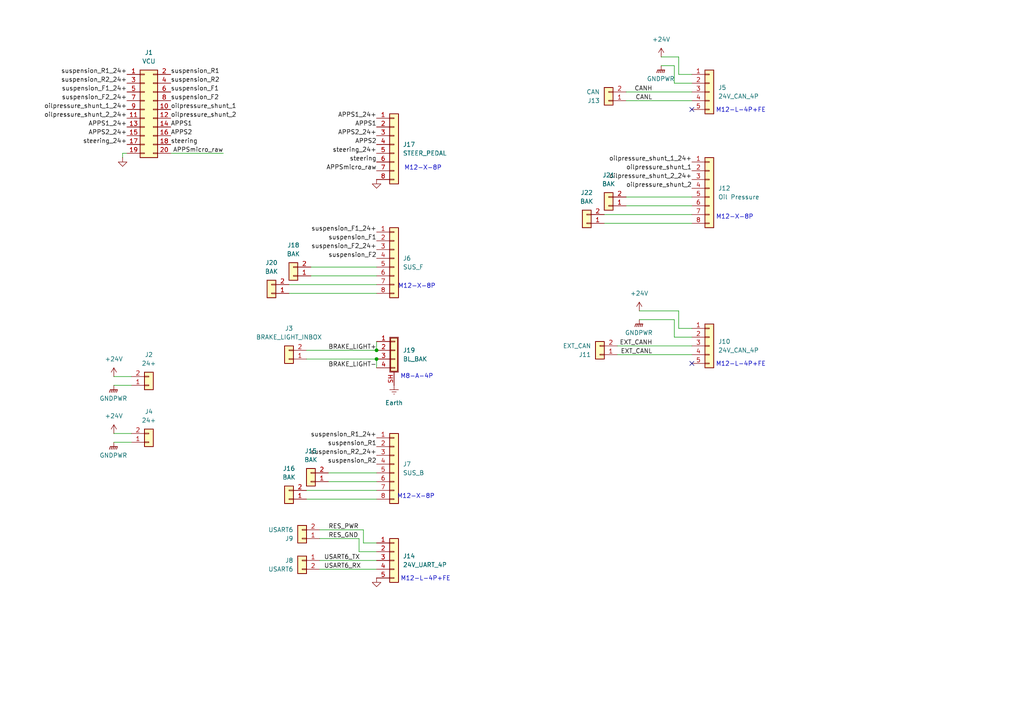
<source format=kicad_sch>
(kicad_sch (version 20231120) (generator "eeschema") (generator_version "8.0")
  (paper "A4")
  (title_block (title "VCU_CONN1") (date "2025-03-10") (rev "1.0") (company "NTURacing") (comment 1 "Jack Kuo"))
  (lib_symbols
    (symbol "Connector_Generic:Conn_01x02" (pin_names (offset 1.016) hide)
      (property "Reference" "J" (at 0 2.54 0))
      (property "Value" "Conn_01x02" (at 0 -5.08 0))
      (symbol "Conn_01x02_1_1"
        (rectangle (start -1.27 -2.413) (end 0 -2.667) (stroke (width 0.1524)))
        (rectangle (start -1.27 0.127) (end 0 -0.127) (stroke (width 0.1524)))
        (rectangle (start -1.27 1.27) (end 1.27 -3.81) (stroke (width 0.254)) (fill (type background)))
        (pin passive line (at -5.08 0 0) (length 3.81) (name "Pin_1") (number "1"))
        (pin passive line (at -5.08 -2.54 0) (length 3.81) (name "Pin_2") (number "2"))
      )
    )
    (symbol "Connector_Generic:Conn_01x05" (pin_names (offset 1.016) hide)
      (property "Reference" "J" (at 0 7.62 0))
      (property "Value" "Conn_01x05" (at 0 -7.62 0))
      (symbol "Conn_01x05_1_1"
        (rectangle (start -1.27 -4.953) (end 0 -5.207) (stroke (width 0.1524)))
        (rectangle (start -1.27 -2.413) (end 0 -2.667) (stroke (width 0.1524)))
        (rectangle (start -1.27 0.127) (end 0 -0.127) (stroke (width 0.1524)))
        (rectangle (start -1.27 2.667) (end 0 2.413) (stroke (width 0.1524)))
        (rectangle (start -1.27 5.207) (end 0 4.953) (stroke (width 0.1524)))
        (rectangle (start -1.27 6.35) (end 1.27 -6.35) (stroke (width 0.254)) (fill (type background)))
        (pin passive line (at -5.08 5.08 0) (length 3.81) (name "Pin_1") (number "1"))
        (pin passive line (at -5.08 2.54 0) (length 3.81) (name "Pin_2") (number "2"))
        (pin passive line (at -5.08 0 0) (length 3.81) (name "Pin_3") (number "3"))
        (pin passive line (at -5.08 -2.54 0) (length 3.81) (name "Pin_4") (number "4"))
        (pin passive line (at -5.08 -5.08 0) (length 3.81) (name "Pin_5") (number "5"))
      )
    )
    (symbol "Connector_Generic:Conn_01x08" (pin_names (offset 1.016) hide)
      (property "Reference" "J" (at 0 10.16 0))
      (property "Value" "Conn_01x08" (at 0 -12.7 0))
      (symbol "Conn_01x08_1_1"
        (rectangle (start -1.27 -10.033) (end 0 -10.287) (stroke (width 0.1524)))
        (rectangle (start -1.27 -7.493) (end 0 -7.747) (stroke (width 0.1524)))
        (rectangle (start -1.27 -4.953) (end 0 -5.207) (stroke (width 0.1524)))
        (rectangle (start -1.27 -2.413) (end 0 -2.667) (stroke (width 0.1524)))
        (rectangle (start -1.27 0.127) (end 0 -0.127) (stroke (width 0.1524)))
        (rectangle (start -1.27 2.667) (end 0 2.413) (stroke (width 0.1524)))
        (rectangle (start -1.27 5.207) (end 0 4.953) (stroke (width 0.1524)))
        (rectangle (start -1.27 7.747) (end 0 7.493) (stroke (width 0.1524)))
        (rectangle (start -1.27 8.89) (end 1.27 -11.43) (stroke (width 0.254)) (fill (type background)))
        (pin passive line (at -5.08 7.62 0) (length 3.81) (name "Pin_1") (number "1"))
        (pin passive line (at -5.08 5.08 0) (length 3.81) (name "Pin_2") (number "2"))
        (pin passive line (at -5.08 2.54 0) (length 3.81) (name "Pin_3") (number "3"))
        (pin passive line (at -5.08 0 0) (length 3.81) (name "Pin_4") (number "4"))
        (pin passive line (at -5.08 -2.54 0) (length 3.81) (name "Pin_5") (number "5"))
        (pin passive line (at -5.08 -5.08 0) (length 3.81) (name "Pin_6") (number "6"))
        (pin passive line (at -5.08 -7.62 0) (length 3.81) (name "Pin_7") (number "7"))
        (pin passive line (at -5.08 -10.16 0) (length 3.81) (name "Pin_8") (number "8"))
      )
    )
    (symbol "Connector_Generic:Conn_02x10_Odd_Even" (pin_names (offset 1.016) hide)
      (property "Reference" "J" (at 1.27 12.7 0))
      (property "Value" "Conn_02x10_Odd_Even" (at 1.27 -15.24 0))
      (symbol "Conn_02x10_Odd_Even_1_1"
        (rectangle (start -1.27 -12.573) (end 0 -12.827) (stroke (width 0.1524)))
        (rectangle (start -1.27 -10.033) (end 0 -10.287) (stroke (width 0.1524)))
        (rectangle (start -1.27 -7.493) (end 0 -7.747) (stroke (width 0.1524)))
        (rectangle (start -1.27 -4.953) (end 0 -5.207) (stroke (width 0.1524)))
        (rectangle (start -1.27 -2.413) (end 0 -2.667) (stroke (width 0.1524)))
        (rectangle (start -1.27 0.127) (end 0 -0.127) (stroke (width 0.1524)))
        (rectangle (start -1.27 2.667) (end 0 2.413) (stroke (width 0.1524)))
        (rectangle (start -1.27 5.207) (end 0 4.953) (stroke (width 0.1524)))
        (rectangle (start -1.27 7.747) (end 0 7.493) (stroke (width 0.1524)))
        (rectangle (start -1.27 10.287) (end 0 10.033) (stroke (width 0.1524)))
        (rectangle (start -1.27 11.43) (end 3.81 -13.97) (stroke (width 0.254)) (fill (type background)))
        (rectangle (start 3.81 -12.573) (end 2.54 -12.827) (stroke (width 0.1524)))
        (rectangle (start 3.81 -10.033) (end 2.54 -10.287) (stroke (width 0.1524)))
        (rectangle (start 3.81 -7.493) (end 2.54 -7.747) (stroke (width 0.1524)))
        (rectangle (start 3.81 -4.953) (end 2.54 -5.207) (stroke (width 0.1524)))
        (rectangle (start 3.81 -2.413) (end 2.54 -2.667) (stroke (width 0.1524)))
        (rectangle (start 3.81 0.127) (end 2.54 -0.127) (stroke (width 0.1524)))
        (rectangle (start 3.81 2.667) (end 2.54 2.413) (stroke (width 0.1524)))
        (rectangle (start 3.81 5.207) (end 2.54 4.953) (stroke (width 0.1524)))
        (rectangle (start 3.81 7.747) (end 2.54 7.493) (stroke (width 0.1524)))
        (rectangle (start 3.81 10.287) (end 2.54 10.033) (stroke (width 0.1524)))
        (pin passive line (at -5.08 10.16 0) (length 3.81) (name "Pin_1") (number "1"))
        (pin passive line (at 7.62 0 180) (length 3.81) (name "Pin_10") (number "10"))
        (pin passive line (at -5.08 -2.54 0) (length 3.81) (name "Pin_11") (number "11"))
        (pin passive line (at 7.62 -2.54 180) (length 3.81) (name "Pin_12") (number "12"))
        (pin passive line (at -5.08 -5.08 0) (length 3.81) (name "Pin_13") (number "13"))
        (pin passive line (at 7.62 -5.08 180) (length 3.81) (name "Pin_14") (number "14"))
        (pin passive line (at -5.08 -7.62 0) (length 3.81) (name "Pin_15") (number "15"))
        (pin passive line (at 7.62 -7.62 180) (length 3.81) (name "Pin_16") (number "16"))
        (pin passive line (at -5.08 -10.16 0) (length 3.81) (name "Pin_17") (number "17"))
        (pin passive line (at 7.62 -10.16 180) (length 3.81) (name "Pin_18") (number "18"))
        (pin passive line (at -5.08 -12.7 0) (length 3.81) (name "Pin_19") (number "19"))
        (pin passive line (at 7.62 10.16 180) (length 3.81) (name "Pin_2") (number "2"))
        (pin passive line (at 7.62 -12.7 180) (length 3.81) (name "Pin_20") (number "20"))
        (pin passive line (at -5.08 7.62 0) (length 3.81) (name "Pin_3") (number "3"))
        (pin passive line (at 7.62 7.62 180) (length 3.81) (name "Pin_4") (number "4"))
        (pin passive line (at -5.08 5.08 0) (length 3.81) (name "Pin_5") (number "5"))
        (pin passive line (at 7.62 5.08 180) (length 3.81) (name "Pin_6") (number "6"))
        (pin passive line (at -5.08 2.54 0) (length 3.81) (name "Pin_7") (number "7"))
        (pin passive line (at 7.62 2.54 180) (length 3.81) (name "Pin_8") (number "8"))
        (pin passive line (at -5.08 0 0) (length 3.81) (name "Pin_9") (number "9"))
      )
    )
    (symbol "Connector_Generic_Shielded:Conn_01x04_Shielded" (pin_names (offset 1.016) hide)
      (property "Reference" "J" (at 0.254 4.826 0))
      (property "Value" "Conn_01x04_Shielded" (at 1.016 -7.366 0))
      (symbol "Conn_01x04_Shielded_1_1"
        (rectangle (start -1.27 3.81) (end 1.27 -6.35) (stroke (width 0.1524)))
        (rectangle (start -1.016 -4.953) (end 0.254 -5.207) (stroke (width 0.1524)))
        (rectangle (start -1.016 -2.413) (end 0.254 -2.667) (stroke (width 0.1524)))
        (rectangle (start -1.016 0.127) (end 0.254 -0.127) (stroke (width 0.1524)))
        (rectangle (start -1.016 2.667) (end 0.254 2.413) (stroke (width 0.1524)))
        (rectangle (start -1.016 3.556) (end 1.016 -6.096) (stroke (width 0.254)) (fill (type background)))
        (pin passive line (at -5.08 2.54 0) (length 4.064) (name "Pin_1") (number "1"))
        (pin passive line (at -5.08 0 0) (length 4.064) (name "Pin_2") (number "2"))
        (pin passive line (at -5.08 -2.54 0) (length 4.064) (name "Pin_3") (number "3"))
        (pin passive line (at -5.08 -5.08 0) (length 4.064) (name "Pin_4") (number "4"))
        (pin passive line (at 0 -10.16 90) (length 3.81) (name "Shield") (number "SH"))
      )
    )
    (symbol "power:+24V" (power) (pin_numbers hide) (pin_names (offset 0) hide)
      (property "Value" "+24V" (at 0 3.556 0))
      (symbol "+24V_0_1"
        (polyline (pts (xy -0.762 1.27) (xy 0 2.54)))
        (polyline (pts (xy 0 0) (xy 0 2.54)))
        (polyline (pts (xy 0 2.54) (xy 0.762 1.27)))
      )
      (symbol "+24V_1_1"
        (pin power_in line (at 0 0 90) (length 0) (name "~") (number "1"))
      )
    )
    (symbol "power:Earth" (power) (pin_numbers hide) (pin_names (offset 0) hide)
      (property "Value" "Earth" (at 0 -3.81 0))
      (symbol "Earth_0_1"
        (polyline (pts (xy -0.635 -1.905) (xy 0.635 -1.905)))
        (polyline (pts (xy -0.127 -2.54) (xy 0.127 -2.54)))
        (polyline (pts (xy 0 -1.27) (xy 0 0)))
        (polyline (pts (xy 1.27 -1.27) (xy -1.27 -1.27)))
      )
      (symbol "Earth_1_1"
        (pin power_in line (at 0 0 270) (length 0) (name "~") (number "1"))
      )
    )
    (symbol "power:GND" (power) (pin_numbers hide) (pin_names (offset 0) hide)
      (property "Value" "GND" (at 0 -3.81 0))
      (symbol "GND_0_1"
        (polyline (pts (xy 0 0) (xy 0 -1.27) (xy 1.27 -1.27) (xy 0 -2.54) (xy -1.27 -1.27) (xy 0 -1.27)))
      )
      (symbol "GND_1_1"
        (pin power_in line (at 0 0 270) (length 0) (name "~") (number "1"))
      )
    )
    (symbol "power:GNDPWR" (power) (pin_numbers hide) (pin_names (offset 0) hide)
      (property "Value" "GNDPWR" (at 0 -3.302 0))
      (symbol "GNDPWR_0_1"
        (polyline (pts (xy 0 -1.27) (xy 0 0)))
        (polyline (pts (xy -1.016 -1.27) (xy -1.27 -2.032) (xy -1.27 -2.032)) (stroke (width 0.2032)))
        (polyline (pts (xy -0.508 -1.27) (xy -0.762 -2.032) (xy -0.762 -2.032)) (stroke (width 0.2032)))
        (polyline (pts (xy 0 -1.27) (xy -0.254 -2.032) (xy -0.254 -2.032)) (stroke (width 0.2032)))
        (polyline (pts (xy 0.508 -1.27) (xy 0.254 -2.032) (xy 0.254 -2.032)) (stroke (width 0.2032)))
        (polyline (pts (xy 1.016 -1.27) (xy -1.016 -1.27) (xy -1.016 -1.27)) (stroke (width 0.2032)))
        (polyline (pts (xy 1.016 -1.27) (xy 0.762 -2.032) (xy 0.762 -2.032) (xy 0.762 -2.032)) (stroke (width 0.2032)))
      )
      (symbol "GNDPWR_1_1"
        (pin power_in line (at 0 0 270) (length 0) (name "~") (number "1"))
      )
    )
  )
  (junction (at 109.22 104.14))
  (junction (at 109.22 101.6))
  (no_connect (at 200.66 105.41))
  (no_connect (at 200.66 31.75))
  (wire (pts (xy 181.61 29.21) (xy 200.66 29.21)))
  (wire (pts (xy 191.77 16.51) (xy 196.85 16.51)))
  (wire (pts (xy 179.07 102.87) (xy 200.66 102.87)))
  (wire (pts (xy 109.22 165.1) (xy 92.71 165.1)))
  (wire (pts (xy 109.22 99.06) (xy 109.22 101.6)))
  (wire (pts (xy 83.82 85.09) (xy 109.22 85.09)))
  (wire (pts (xy 90.17 80.01) (xy 109.22 80.01)))
  (wire (pts (xy 33.02 111.76) (xy 38.1 111.76)))
  (wire (pts (xy 196.85 90.17) (xy 196.85 95.25)))
  (wire (pts (xy 64.77 44.45) (xy 49.53 44.45)))
  (wire (pts (xy 175.26 64.77) (xy 200.66 64.77)))
  (wire (pts (xy 109.22 104.14) (xy 109.22 106.68)))
  (wire (pts (xy 92.71 156.21) (xy 104.14 156.21)))
  (wire (pts (xy 33.02 128.27) (xy 38.1 128.27)))
  (wire (pts (xy 195.58 92.71) (xy 195.58 97.79)))
  (wire (pts (xy 95.25 139.7) (xy 109.22 139.7)))
  (wire (pts (xy 175.26 62.23) (xy 200.66 62.23)))
  (wire (pts (xy 88.9 144.78) (xy 109.22 144.78)))
  (wire (pts (xy 185.42 92.71) (xy 195.58 92.71)))
  (wire (pts (xy 104.14 160.02) (xy 109.22 160.02)))
  (wire (pts (xy 88.9 142.24) (xy 109.22 142.24)))
  (wire (pts (xy 104.14 156.21) (xy 104.14 160.02)))
  (wire (pts (xy 191.77 19.05) (xy 195.58 19.05)))
  (wire (pts (xy 35.56 44.45) (xy 36.83 44.45)))
  (wire (pts (xy 88.9 101.6) (xy 109.22 101.6)))
  (wire (pts (xy 196.85 16.51) (xy 196.85 21.59)))
  (wire (pts (xy 92.71 153.67) (xy 105.41 153.67)))
  (wire (pts (xy 35.56 45.72) (xy 35.56 44.45)))
  (wire (pts (xy 181.61 57.15) (xy 200.66 57.15)))
  (wire (pts (xy 181.61 59.69) (xy 200.66 59.69)))
  (wire (pts (xy 105.41 153.67) (xy 105.41 157.48)))
  (wire (pts (xy 33.02 109.22) (xy 38.1 109.22)))
  (wire (pts (xy 195.58 97.79) (xy 200.66 97.79)))
  (wire (pts (xy 196.85 21.59) (xy 200.66 21.59)))
  (wire (pts (xy 33.02 125.73) (xy 38.1 125.73)))
  (wire (pts (xy 90.17 77.47) (xy 109.22 77.47)))
  (wire (pts (xy 88.9 104.14) (xy 109.22 104.14)))
  (wire (pts (xy 195.58 19.05) (xy 195.58 24.13)))
  (wire (pts (xy 83.82 82.55) (xy 109.22 82.55)))
  (wire (pts (xy 185.42 90.17) (xy 196.85 90.17)))
  (wire (pts (xy 109.22 162.56) (xy 92.71 162.56)))
  (wire (pts (xy 179.07 100.33) (xy 200.66 100.33)))
  (wire (pts (xy 105.41 157.48) (xy 109.22 157.48)))
  (wire (pts (xy 196.85 95.25) (xy 200.66 95.25)))
  (wire (pts (xy 181.61 26.67) (xy 200.66 26.67)))
  (wire (pts (xy 195.58 24.13) (xy 200.66 24.13)))
  (wire (pts (xy 95.25 137.16) (xy 109.22 137.16)))
  (text "M12-X-8P" (at 213.106 62.992 0) (effects (font (size 1.27 1.27))))
  (text "M12-X-8P" (at 120.65 144.018 0) (effects (font (size 1.27 1.27))))
  (text "M12-X-8P" (at 120.904 83.058 0) (effects (font (size 1.27 1.27))))
  (text "M12-L-4P+FE" (at 214.884 32.004 0) (effects (font (size 1.27 1.27))))
  (text "M12-L-4P+FE" (at 214.884 105.664 0) (effects (font (size 1.27 1.27))))
  (text "M12-L-4P+FE" (at 123.444 167.894 0) (effects (font (size 1.27 1.27))))
  (text "M8-A-4P" (at 120.904 109.22 0) (effects (font (size 1.27 1.27))))
  (text "M12-X-8P" (at 122.682 48.768 0) (effects (font (size 1.27 1.27))))
  (label "suspension_R1_24+" (at 109.22 127 180))
  (label "APPS1_24+" (at 109.22 34.29 180))
  (label "suspension_R2_24+" (at 36.83 24.13 180))
  (label "suspension_F2" (at 109.22 74.93 180))
  (label "oilpressure_shunt_2" (at 49.53 34.29 0))
  (label "RES_GND" (at 95.25 156.21 0))
  (label "suspension_F2_24+" (at 109.22 72.39 180))
  (label "suspension_F1" (at 49.53 26.67 0))
  (label "oilpressure_shunt_1" (at 49.53 31.75 0))
  (label "steering_24+" (at 36.83 41.91 180))
  (label "BRAKE_LIGHT-" (at 109.22 106.68 180))
  (label "oilpressure_shunt_1" (at 200.66 49.53 180))
  (label "BRAKE_LIGHT+" (at 109.22 101.6 180))
  (label "RES_PWR" (at 95.25 153.67 0))
  (label "APPS2_24+" (at 109.22 39.37 180))
  (label "APPSmicro_raw" (at 64.77 44.45 180))
  (label "oilpressure_shunt_2_24+" (at 200.66 52.07 180))
  (label "steering" (at 109.22 46.99 180))
  (label "CANH" (at 189.23 26.67 180))
  (label "oilpressure_shunt_1_24+" (at 36.83 31.75 180))
  (label "suspension_R1" (at 109.22 129.54 180))
  (label "APPS2_24+" (at 36.83 39.37 180))
  (label "APPS2" (at 109.22 41.91 180))
  (label "suspension_F1_24+" (at 36.83 26.67 180))
  (label "suspension_F2" (at 49.53 29.21 0))
  (label "suspension_R1" (at 49.53 21.59 0))
  (label "oilpressure_shunt_1_24+" (at 200.66 46.99 180))
  (label "APPS1_24+" (at 36.83 36.83 180))
  (label "USART6_TX" (at 93.98 162.56 0))
  (label "oilpressure_shunt_2_24+" (at 36.83 34.29 180))
  (label "EXT_CANL" (at 189.23 102.87 180))
  (label "suspension_R2" (at 109.22 134.62 180))
  (label "oilpressure_shunt_2" (at 200.66 54.61 180))
  (label "USART6_RX" (at 93.98 165.1 0))
  (label "EXT_CANH" (at 189.23 100.33 180))
  (label "suspension_F1_24+" (at 109.22 67.31 180))
  (label "APPSmicro_raw" (at 109.22 49.53 180))
  (label "APPS1" (at 109.22 36.83 180))
  (label "suspension_R1_24+" (at 36.83 21.59 180))
  (label "suspension_R2_24+" (at 109.22 132.08 180))
  (label "suspension_F1" (at 109.22 69.85 180))
  (label "suspension_F2_24+" (at 36.83 29.21 180))
  (label "steering" (at 49.53 41.91 0))
  (label "APPS2" (at 49.53 39.37 0))
  (label "CANL" (at 189.23 29.21 180))
  (label "steering_24+" (at 109.22 44.45 180))
  (label "APPS1" (at 49.53 36.83 0))
  (label "suspension_R2" (at 49.53 24.13 0))
  (symbol (lib_id "Connector_Generic:Conn_01x02") (at 78.74 85.09 180) (unit 1)
    (property "Reference" "J20" (at 78.74 76.2 0))
    (property "Value" "BAK" (at 78.74 78.74 0))
    (property "Footprint" "Connector_JST:JST_XH_B2B-XH-A_1x02_P2.50mm_Vertical" (effects (hide yes)))
    (property "Description" "Generic connector, single row, 01x02, script generated (kicad-library-utils/schlib/autogen/connector/)" (effects (hide yes)))
  )
  (symbol (lib_id "Connector_Generic:Conn_01x08") (at 114.3 41.91 0) (unit 1)
    (property "Reference" "J17" (at 116.84 41.91 0) (effects (justify left)))
    (property "Value" "STEER_PEDAL" (at 116.84 44.45 0) (effects (justify left)))
    (property "Footprint" "nturt_kicad_lib_EP6:NianYeong-M12-X-F4P" (effects (hide yes)))
    (property "Description" "Generic connector, single row, 01x08, script generated (kicad-library-utils/schlib/autogen/connector/)" (effects (hide yes)))
  )
  (symbol (lib_id "Connector_Generic:Conn_01x02") (at 90.17 139.7 180) (unit 1)
    (property "Reference" "J15" (at 90.17 130.81 0))
    (property "Value" "BAK" (at 90.17 133.35 0))
    (property "Footprint" "Connector_JST:JST_XH_B2B-XH-A_1x02_P2.50mm_Vertical" (effects (hide yes)))
    (property "Description" "Generic connector, single row, 01x02, script generated (kicad-library-utils/schlib/autogen/connector/)" (effects (hide yes)))
  )
  (symbol (lib_id "power:GND") (at 35.56 45.72 0) (unit 1)
    (property "Reference" "#PWR02" (effects (hide yes)))
    (property "Value" "GND" (effects (hide yes)))
    (property "Description" "Power symbol creates a global label with name \"GND\" , ground" (effects (hide yes)))
  )
  (symbol (lib_id "Connector_Generic:Conn_01x02") (at 43.18 111.76 0) (mirror x) (unit 1)
    (property "Reference" "J2" (at 43.18 102.87 0))
    (property "Value" "24+" (at 43.18 105.41 0))
    (property "Footprint" "Connector_JST:JST_VH_B2P-VH_1x02_P3.96mm_Vertical" (effects (hide yes)))
    (property "Description" "Generic connector, single row, 01x02, script generated (kicad-library-utils/schlib/autogen/connector/)" (effects (hide yes)))
  )
  (symbol (lib_id "power:GNDPWR") (at 33.02 111.76 0) (unit 1)
    (property "Reference" "#PWR08" (effects (hide yes)))
    (property "Value" "GNDPWR" (at 32.893 115.57 0))
    (property "Description" "Power symbol creates a global label with name \"GNDPWR\" , global ground" (effects (hide yes)))
  )
  (symbol (lib_id "power:GNDPWR") (at 185.42 92.71 0) (unit 1)
    (property "Reference" "#PWR015" (effects (hide yes)))
    (property "Value" "GNDPWR" (at 185.293 96.52 0))
    (property "Description" "Power symbol creates a global label with name \"GNDPWR\" , global ground" (effects (hide yes)))
  )
  (symbol (lib_id "Connector_Generic:Conn_01x02") (at 176.53 29.21 180) (unit 1)
    (property "Reference" "J13" (at 173.99 29.21 0) (effects (justify left)))
    (property "Value" "CAN" (at 173.99 26.67 0) (effects (justify left)))
    (property "Footprint" "Connector_JST:JST_XH_S2B-XH-A_1x02_P2.50mm_Horizontal" (effects (hide yes)))
    (property "Description" "Generic connector, single row, 01x02, script generated (kicad-library-utils/schlib/autogen/connector/)" (effects (hide yes)))
  )
  (symbol (lib_id "Connector_Generic:Conn_01x05") (at 205.74 26.67 0) (unit 1)
    (property "Reference" "J5" (at 208.28 25.4 0) (effects (justify left)))
    (property "Value" "24V_CAN_4P" (at 208.28 27.94 0) (effects (justify left)))
    (property "Footprint" "nturt_kicad_lib_EP6:NianYeong-M12-L-F5P" (effects (hide yes)))
    (property "Description" "Generic connector, single row, 01x05, script generated (kicad-library-utils/schlib/autogen/connector/)" (effects (hide yes)))
  )
  (symbol (lib_id "Connector_Generic:Conn_01x02") (at 43.18 128.27 0) (mirror x) (unit 1)
    (property "Reference" "J4" (at 43.18 119.38 0))
    (property "Value" "24+" (at 43.18 121.92 0))
    (property "Footprint" "Connector_JST:JST_VH_B2P-VH_1x02_P3.96mm_Vertical" (effects (hide yes)))
    (property "Description" "Generic connector, single row, 01x02, script generated (kicad-library-utils/schlib/autogen/connector/)" (effects (hide yes)))
  )
  (symbol (lib_id "Connector_Generic:Conn_01x02") (at 83.82 104.14 180) (unit 1)
    (property "Reference" "J3" (at 83.82 95.25 0))
    (property "Value" "BRAKE_LIGHT_INBOX" (at 83.82 97.79 0))
    (property "Footprint" "Connector_JST:JST_XH_S2B-XH-A_1x02_P2.50mm_Horizontal" (effects (hide yes)))
    (property "Description" "Generic connector, single row, 01x02, script generated (kicad-library-utils/schlib/autogen/connector/)" (effects (hide yes)))
  )
  (symbol (lib_id "power:+24V") (at 191.77 16.51 0) (unit 1)
    (property "Reference" "#PWR09" (effects (hide yes)))
    (property "Value" "+24V" (at 191.77 11.43 0))
    (property "Description" "Power symbol creates a global label with name \"+24V\"" (effects (hide yes)))
  )
  (symbol (lib_id "power:+24V") (at 185.42 90.17 0) (unit 1)
    (property "Reference" "#PWR014" (effects (hide yes)))
    (property "Value" "+24V" (at 185.42 85.09 0))
    (property "Description" "Power symbol creates a global label with name \"+24V\"" (effects (hide yes)))
  )
  (symbol (lib_id "Connector_Generic:Conn_01x02") (at 83.82 144.78 180) (unit 1)
    (property "Reference" "J16" (at 83.82 135.89 0))
    (property "Value" "BAK" (at 83.82 138.43 0))
    (property "Footprint" "Connector_JST:JST_XH_B2B-XH-A_1x02_P2.50mm_Vertical" (effects (hide yes)))
    (property "Description" "Generic connector, single row, 01x02, script generated (kicad-library-utils/schlib/autogen/connector/)" (effects (hide yes)))
  )
  (symbol (lib_id "power:GNDPWR") (at 33.02 128.27 0) (unit 1)
    (property "Reference" "#PWR07" (effects (hide yes)))
    (property "Value" "GNDPWR" (at 32.893 132.08 0))
    (property "Description" "Power symbol creates a global label with name \"GNDPWR\" , global ground" (effects (hide yes)))
  )
  (symbol (lib_id "Connector_Generic:Conn_01x02") (at 87.63 156.21 180) (unit 1)
    (property "Reference" "J9" (at 85.09 156.21 0) (effects (justify left)))
    (property "Value" "USART6" (at 85.09 153.67 0) (effects (justify left)))
    (property "Footprint" "Connector_JST:JST_XH_S2B-XH-A_1x02_P2.50mm_Horizontal" (effects (hide yes)))
    (property "Description" "Generic connector, single row, 01x02, script generated (kicad-library-utils/schlib/autogen/connector/)" (effects (hide yes)))
  )
  (symbol (lib_id "Connector_Generic:Conn_01x08") (at 114.3 134.62 0) (unit 1)
    (property "Reference" "J7" (at 116.84 134.62 0) (effects (justify left)))
    (property "Value" "SUS_B" (at 116.84 137.16 0) (effects (justify left)))
    (property "Footprint" "nturt_kicad_lib_EP6:NianYeong-M12-X-F4P" (effects (hide yes)))
    (property "Description" "Generic connector, single row, 01x08, script generated (kicad-library-utils/schlib/autogen/connector/)" (effects (hide yes)))
  )
  (symbol (lib_id "power:GNDPWR") (at 191.77 19.05 0) (unit 1)
    (property "Reference" "#PWR010" (effects (hide yes)))
    (property "Value" "GNDPWR" (at 191.643 22.86 0))
    (property "Description" "Power symbol creates a global label with name \"GNDPWR\" , global ground" (effects (hide yes)))
  )
  (symbol (lib_id "Connector_Generic:Conn_01x02") (at 176.53 59.69 180) (unit 1)
    (property "Reference" "J21" (at 176.53 50.8 0))
    (property "Value" "BAK" (at 176.53 53.34 0))
    (property "Footprint" "Connector_JST:JST_XH_B2B-XH-A_1x02_P2.50mm_Vertical" (effects (hide yes)))
    (property "Description" "Generic connector, single row, 01x02, script generated (kicad-library-utils/schlib/autogen/connector/)" (effects (hide yes)))
  )
  (symbol (lib_id "Connector_Generic:Conn_01x02") (at 173.99 102.87 180) (unit 1)
    (property "Reference" "J11" (at 171.45 102.87 0) (effects (justify left)))
    (property "Value" "EXT_CAN" (at 171.45 100.33 0) (effects (justify left)))
    (property "Footprint" "Connector_JST:JST_XH_S2B-XH-A_1x02_P2.50mm_Horizontal" (effects (hide yes)))
    (property "Description" "Generic connector, single row, 01x02, script generated (kicad-library-utils/schlib/autogen/connector/)" (effects (hide yes)))
  )
  (symbol (lib_id "power:GND") (at 109.22 52.07 0) (unit 1)
    (property "Reference" "#PWR017" (effects (hide yes)))
    (property "Value" "GND" (effects (hide yes)))
    (property "Description" "Power symbol creates a global label with name \"GND\" , ground" (effects (hide yes)))
  )
  (symbol (lib_id "Connector_Generic:Conn_01x05") (at 114.3 162.56 0) (unit 1)
    (property "Reference" "J14" (at 116.84 161.29 0) (effects (justify left)))
    (property "Value" "24V_UART_4P" (at 116.84 163.83 0) (effects (justify left)))
    (property "Footprint" "nturt_kicad_lib_EP6:NianYeong-M12-L-F5P" (effects (hide yes)))
    (property "Description" "Generic connector, single row, 01x05, script generated (kicad-library-utils/schlib/autogen/connector/)" (effects (hide yes)))
  )
  (symbol (lib_id "Connector_Generic:Conn_01x02") (at 87.63 162.56 0) (mirror y) (unit 1)
    (property "Reference" "J8" (at 85.09 162.56 0) (effects (justify left)))
    (property "Value" "USART6" (at 85.09 165.1 0) (effects (justify left)))
    (property "Footprint" "Connector_JST:JST_XH_S2B-XH-A_1x02_P2.50mm_Horizontal" (effects (hide yes)))
    (property "Description" "Generic connector, single row, 01x02, script generated (kicad-library-utils/schlib/autogen/connector/)" (effects (hide yes)))
  )
  (symbol (lib_id "Connector_Generic:Conn_01x02") (at 85.09 80.01 180) (unit 1)
    (property "Reference" "J18" (at 85.09 71.12 0))
    (property "Value" "BAK" (at 85.09 73.66 0))
    (property "Footprint" "Connector_JST:JST_XH_B2B-XH-A_1x02_P2.50mm_Vertical" (effects (hide yes)))
    (property "Description" "Generic connector, single row, 01x02, script generated (kicad-library-utils/schlib/autogen/connector/)" (effects (hide yes)))
  )
  (symbol (lib_id "Connector_Generic:Conn_01x02") (at 170.18 64.77 180) (unit 1)
    (property "Reference" "J22" (at 170.18 55.88 0))
    (property "Value" "BAK" (at 170.18 58.42 0))
    (property "Footprint" "Connector_JST:JST_XH_B2B-XH-A_1x02_P2.50mm_Vertical" (effects (hide yes)))
    (property "Description" "Generic connector, single row, 01x02, script generated (kicad-library-utils/schlib/autogen/connector/)" (effects (hide yes)))
  )
  (symbol (lib_id "Connector_Generic:Conn_01x08") (at 114.3 74.93 0) (unit 1)
    (property "Reference" "J6" (at 116.84 74.93 0) (effects (justify left)))
    (property "Value" "SUS_F" (at 116.84 77.47 0) (effects (justify left)))
    (property "Footprint" "nturt_kicad_lib_EP6:NianYeong-M12-X-F4P" (effects (hide yes)))
    (property "Description" "Generic connector, single row, 01x08, script generated (kicad-library-utils/schlib/autogen/connector/)" (effects (hide yes)))
  )
  (symbol (lib_id "Connector_Generic:Conn_01x08") (at 205.74 54.61 0) (unit 1)
    (property "Reference" "J12" (at 208.28 54.61 0) (effects (justify left)))
    (property "Value" "Oil Pressure" (at 208.28 57.15 0) (effects (justify left)))
    (property "Footprint" "nturt_kicad_lib_EP6:NianYeong-M12-X-F4P" (effects (hide yes)))
    (property "Description" "Generic connector, single row, 01x08, script generated (kicad-library-utils/schlib/autogen/connector/)" (effects (hide yes)))
  )
  (symbol (lib_id "power:+24V") (at 33.02 109.22 0) (unit 1)
    (property "Reference" "#PWR03" (effects (hide yes)))
    (property "Value" "+24V" (at 33.02 104.14 0))
    (property "Description" "Power symbol creates a global label with name \"+24V\"" (effects (hide yes)))
  )
  (symbol (lib_id "power:GND") (at 109.22 167.64 0) (unit 1)
    (property "Reference" "#PWR05" (effects (hide yes)))
    (property "Value" "GND" (effects (hide yes)))
    (property "Description" "Power symbol creates a global label with name \"GND\" , ground" (effects (hide yes)))
  )
  (symbol (lib_id "power:+24V") (at 33.02 125.73 0) (unit 1)
    (property "Reference" "#PWR04" (effects (hide yes)))
    (property "Value" "+24V" (at 33.02 120.65 0))
    (property "Description" "Power symbol creates a global label with name \"+24V\"" (effects (hide yes)))
  )
  (symbol (lib_id "power:Earth") (at 114.3 111.76 0) (unit 1)
    (property "Reference" "#PWR06" (effects (hide yes)))
    (property "Value" "Earth" (at 114.3 116.84 0))
    (property "Description" "Power symbol creates a global label with name \"Earth\"" (effects (hide yes)))
  )
  (symbol (lib_id "Connector_Generic:Conn_01x05") (at 205.74 100.33 0) (unit 1)
    (property "Reference" "J10" (at 208.28 99.06 0) (effects (justify left)))
    (property "Value" "24V_CAN_4P" (at 208.28 101.6 0) (effects (justify left)))
    (property "Footprint" "nturt_kicad_lib_EP6:NianYeong-M12-L-F5P" (effects (hide yes)))
    (property "Description" "Generic connector, single row, 01x05, script generated (kicad-library-utils/schlib/autogen/connector/)" (effects (hide yes)))
  )
  (symbol (lib_id "Connector_Generic:Conn_02x10_Odd_Even") (at 41.91 31.75 0) (unit 1)
    (property "Reference" "J1" (at 43.18 15.24 0))
    (property "Value" "VCU" (at 43.18 17.78 0))
    (property "Footprint" "Connector_IDC:IDC-Header_2x10_P2.54mm_Vertical" (effects (hide yes)))
    (property "Description" "Generic connector, double row, 02x10, odd/even pin numbering scheme (row 1 odd numbers, row 2 even numbers), script generated (kicad-library-utils/schlib/autogen/connector/)" (effects (hide yes)))
  )
  (symbol (lib_id "Connector_Generic_Shielded:Conn_01x04_Shielded") (at 114.3 101.6 0) (unit 1)
    (property "Reference" "J19" (at 116.84 101.6 0) (effects (justify left)))
    (property "Value" "BL_BAK" (at 116.84 104.14 0) (effects (justify left)))
    (property "Footprint" "nturt_kicad_lib_EP6:WP-04F3-26-11" (effects (hide yes)))
    (property "Description" "Generic shielded connector, single row, 01x04, script generated (kicad-library-utils/schlib/autogen/connector/)" (effects (hide yes)))
  )
)
</source>
